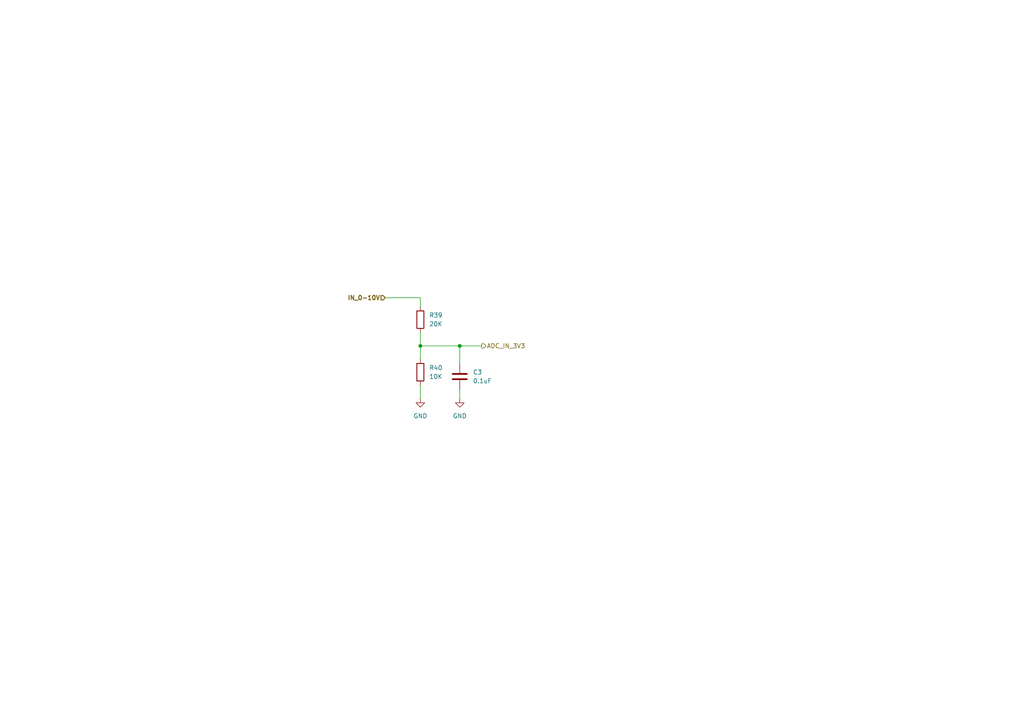
<source format=kicad_sch>
(kicad_sch
	(version 20250114)
	(generator "eeschema")
	(generator_version "9.0")
	(uuid "a3cebaa6-05ca-4cf3-8fcb-c194217ef753")
	(paper "A4")
	(lib_symbols
		(symbol "PCM_Capacitor_US_AKL:C_0603"
			(pin_numbers
				(hide yes)
			)
			(pin_names
				(offset 0.254)
			)
			(exclude_from_sim no)
			(in_bom yes)
			(on_board yes)
			(property "Reference" "C"
				(at 0.635 2.54 0)
				(effects
					(font
						(size 1.27 1.27)
					)
					(justify left)
				)
			)
			(property "Value" "C_0603"
				(at 0.635 -2.54 0)
				(effects
					(font
						(size 1.27 1.27)
					)
					(justify left)
				)
			)
			(property "Footprint" "PCM_Capacitor_SMD_AKL:C_0603_1608Metric"
				(at 0.9652 -3.81 0)
				(effects
					(font
						(size 1.27 1.27)
					)
					(hide yes)
				)
			)
			(property "Datasheet" "~"
				(at 0 0 0)
				(effects
					(font
						(size 1.27 1.27)
					)
					(hide yes)
				)
			)
			(property "Description" "SMD 0603 MLCC capacitor, Alternate KiCad Library"
				(at 0 0 0)
				(effects
					(font
						(size 1.27 1.27)
					)
					(hide yes)
				)
			)
			(property "ki_keywords" "cap capacitor ceramic chip mlcc smd 0603"
				(at 0 0 0)
				(effects
					(font
						(size 1.27 1.27)
					)
					(hide yes)
				)
			)
			(property "ki_fp_filters" "C_*"
				(at 0 0 0)
				(effects
					(font
						(size 1.27 1.27)
					)
					(hide yes)
				)
			)
			(symbol "C_0603_0_1"
				(polyline
					(pts
						(xy -2.032 0.762) (xy 2.032 0.762)
					)
					(stroke
						(width 0.508)
						(type default)
					)
					(fill
						(type none)
					)
				)
				(polyline
					(pts
						(xy -2.032 -0.762) (xy 2.032 -0.762)
					)
					(stroke
						(width 0.508)
						(type default)
					)
					(fill
						(type none)
					)
				)
			)
			(symbol "C_0603_0_2"
				(polyline
					(pts
						(xy -2.54 -2.54) (xy -0.381 -0.381)
					)
					(stroke
						(width 0)
						(type default)
					)
					(fill
						(type none)
					)
				)
				(polyline
					(pts
						(xy -0.508 -0.508) (xy -1.651 0.635)
					)
					(stroke
						(width 0.508)
						(type default)
					)
					(fill
						(type none)
					)
				)
				(polyline
					(pts
						(xy -0.508 -0.508) (xy 0.635 -1.651)
					)
					(stroke
						(width 0.508)
						(type default)
					)
					(fill
						(type none)
					)
				)
				(polyline
					(pts
						(xy 0.381 0.381) (xy 2.54 2.54)
					)
					(stroke
						(width 0)
						(type default)
					)
					(fill
						(type none)
					)
				)
				(polyline
					(pts
						(xy 0.508 0.508) (xy -0.635 1.651)
					)
					(stroke
						(width 0.508)
						(type default)
					)
					(fill
						(type none)
					)
				)
				(polyline
					(pts
						(xy 0.508 0.508) (xy 1.651 -0.635)
					)
					(stroke
						(width 0.508)
						(type default)
					)
					(fill
						(type none)
					)
				)
			)
			(symbol "C_0603_1_1"
				(pin passive line
					(at 0 3.81 270)
					(length 2.794)
					(name "~"
						(effects
							(font
								(size 1.27 1.27)
							)
						)
					)
					(number "1"
						(effects
							(font
								(size 1.27 1.27)
							)
						)
					)
				)
				(pin passive line
					(at 0 -3.81 90)
					(length 2.794)
					(name "~"
						(effects
							(font
								(size 1.27 1.27)
							)
						)
					)
					(number "2"
						(effects
							(font
								(size 1.27 1.27)
							)
						)
					)
				)
			)
			(symbol "C_0603_1_2"
				(pin passive line
					(at -2.54 -2.54 90)
					(length 0)
					(name "~"
						(effects
							(font
								(size 1.27 1.27)
							)
						)
					)
					(number "2"
						(effects
							(font
								(size 1.27 1.27)
							)
						)
					)
				)
				(pin passive line
					(at 2.54 2.54 270)
					(length 0)
					(name "~"
						(effects
							(font
								(size 1.27 1.27)
							)
						)
					)
					(number "1"
						(effects
							(font
								(size 1.27 1.27)
							)
						)
					)
				)
			)
			(embedded_fonts no)
		)
		(symbol "Resistor_AKL:R_0603"
			(pin_numbers
				(hide yes)
			)
			(pin_names
				(offset 0)
			)
			(exclude_from_sim no)
			(in_bom yes)
			(on_board yes)
			(property "Reference" "R"
				(at 2.54 1.27 0)
				(effects
					(font
						(size 1.27 1.27)
					)
					(justify left)
				)
			)
			(property "Value" "R_0603"
				(at 2.54 -1.27 0)
				(effects
					(font
						(size 1.27 1.27)
					)
					(justify left)
				)
			)
			(property "Footprint" "Resistor_SMD_AKL:R_0603_1608Metric"
				(at 0 -11.43 0)
				(effects
					(font
						(size 1.27 1.27)
					)
					(hide yes)
				)
			)
			(property "Datasheet" "~"
				(at 0 0 0)
				(effects
					(font
						(size 1.27 1.27)
					)
					(hide yes)
				)
			)
			(property "Description" "SMD 0603 Chip Resistor, European Symbol, Alternate KiCad Library"
				(at 0 0 0)
				(effects
					(font
						(size 1.27 1.27)
					)
					(hide yes)
				)
			)
			(property "ki_keywords" "R res resistor eu SMD 0603"
				(at 0 0 0)
				(effects
					(font
						(size 1.27 1.27)
					)
					(hide yes)
				)
			)
			(property "ki_fp_filters" "R_*"
				(at 0 0 0)
				(effects
					(font
						(size 1.27 1.27)
					)
					(hide yes)
				)
			)
			(symbol "R_0603_0_1"
				(rectangle
					(start -1.016 2.54)
					(end 1.016 -2.54)
					(stroke
						(width 0.254)
						(type default)
					)
					(fill
						(type none)
					)
				)
			)
			(symbol "R_0603_0_2"
				(polyline
					(pts
						(xy -2.54 -2.54) (xy -1.524 -1.524)
					)
					(stroke
						(width 0)
						(type default)
					)
					(fill
						(type none)
					)
				)
				(polyline
					(pts
						(xy 1.524 1.524) (xy 2.54 2.54)
					)
					(stroke
						(width 0)
						(type default)
					)
					(fill
						(type none)
					)
				)
				(polyline
					(pts
						(xy 1.524 1.524) (xy 0.889 2.159) (xy -2.159 -0.889) (xy -0.889 -2.159) (xy 2.159 0.889) (xy 1.524 1.524)
					)
					(stroke
						(width 0.254)
						(type default)
					)
					(fill
						(type none)
					)
				)
			)
			(symbol "R_0603_1_1"
				(pin passive line
					(at 0 3.81 270)
					(length 1.27)
					(name "~"
						(effects
							(font
								(size 1.27 1.27)
							)
						)
					)
					(number "1"
						(effects
							(font
								(size 1.27 1.27)
							)
						)
					)
				)
				(pin passive line
					(at 0 -3.81 90)
					(length 1.27)
					(name "~"
						(effects
							(font
								(size 1.27 1.27)
							)
						)
					)
					(number "2"
						(effects
							(font
								(size 1.27 1.27)
							)
						)
					)
				)
			)
			(symbol "R_0603_1_2"
				(pin passive line
					(at -2.54 -2.54 0)
					(length 0)
					(name ""
						(effects
							(font
								(size 1.27 1.27)
							)
						)
					)
					(number "2"
						(effects
							(font
								(size 1.27 1.27)
							)
						)
					)
				)
				(pin passive line
					(at 2.54 2.54 180)
					(length 0)
					(name ""
						(effects
							(font
								(size 1.27 1.27)
							)
						)
					)
					(number "1"
						(effects
							(font
								(size 1.27 1.27)
							)
						)
					)
				)
			)
			(embedded_fonts no)
		)
		(symbol "power:GND"
			(power)
			(pin_numbers
				(hide yes)
			)
			(pin_names
				(offset 0)
				(hide yes)
			)
			(exclude_from_sim no)
			(in_bom yes)
			(on_board yes)
			(property "Reference" "#PWR"
				(at 0 -6.35 0)
				(effects
					(font
						(size 1.27 1.27)
					)
					(hide yes)
				)
			)
			(property "Value" "GND"
				(at 0 -3.81 0)
				(effects
					(font
						(size 1.27 1.27)
					)
				)
			)
			(property "Footprint" ""
				(at 0 0 0)
				(effects
					(font
						(size 1.27 1.27)
					)
					(hide yes)
				)
			)
			(property "Datasheet" ""
				(at 0 0 0)
				(effects
					(font
						(size 1.27 1.27)
					)
					(hide yes)
				)
			)
			(property "Description" "Power symbol creates a global label with name \"GND\" , ground"
				(at 0 0 0)
				(effects
					(font
						(size 1.27 1.27)
					)
					(hide yes)
				)
			)
			(property "ki_keywords" "global power"
				(at 0 0 0)
				(effects
					(font
						(size 1.27 1.27)
					)
					(hide yes)
				)
			)
			(symbol "GND_0_1"
				(polyline
					(pts
						(xy 0 0) (xy 0 -1.27) (xy 1.27 -1.27) (xy 0 -2.54) (xy -1.27 -1.27) (xy 0 -1.27)
					)
					(stroke
						(width 0)
						(type default)
					)
					(fill
						(type none)
					)
				)
			)
			(symbol "GND_1_1"
				(pin power_in line
					(at 0 0 270)
					(length 0)
					(name "~"
						(effects
							(font
								(size 1.27 1.27)
							)
						)
					)
					(number "1"
						(effects
							(font
								(size 1.27 1.27)
							)
						)
					)
				)
			)
			(embedded_fonts no)
		)
	)
	(junction
		(at 121.92 100.33)
		(diameter 0)
		(color 0 0 0 0)
		(uuid "8c1aa206-aab7-45c6-a499-0f7a265048cc")
	)
	(junction
		(at 133.35 100.33)
		(diameter 0)
		(color 0 0 0 0)
		(uuid "bc1c838c-eea3-47c4-abe3-568413f9d5ae")
	)
	(wire
		(pts
			(xy 111.76 86.36) (xy 121.92 86.36)
		)
		(stroke
			(width 0)
			(type default)
		)
		(uuid "07458f71-b0e3-42e8-9250-b7d95ea49e54")
	)
	(wire
		(pts
			(xy 121.92 96.52) (xy 121.92 100.33)
		)
		(stroke
			(width 0)
			(type default)
		)
		(uuid "0a1e7d49-2bee-42ac-bee5-fbbe269265f6")
	)
	(wire
		(pts
			(xy 121.92 111.76) (xy 121.92 115.57)
		)
		(stroke
			(width 0)
			(type default)
		)
		(uuid "34960d7b-636c-4103-a826-7eddaf1772aa")
	)
	(wire
		(pts
			(xy 121.92 100.33) (xy 121.92 104.14)
		)
		(stroke
			(width 0)
			(type default)
		)
		(uuid "3ea41b32-354b-46e8-91de-d70b5c2a8b94")
	)
	(wire
		(pts
			(xy 133.35 113.03) (xy 133.35 115.57)
		)
		(stroke
			(width 0)
			(type default)
		)
		(uuid "49944d5c-bc1a-4cbe-82a9-96456ad0350c")
	)
	(wire
		(pts
			(xy 133.35 105.41) (xy 133.35 100.33)
		)
		(stroke
			(width 0)
			(type default)
		)
		(uuid "7e053511-7a77-48c9-9196-7b9e059c8f00")
	)
	(wire
		(pts
			(xy 133.35 100.33) (xy 139.7 100.33)
		)
		(stroke
			(width 0)
			(type default)
		)
		(uuid "8db0f1d8-29bd-40fd-9d6b-95062ae13ccf")
	)
	(wire
		(pts
			(xy 121.92 86.36) (xy 121.92 88.9)
		)
		(stroke
			(width 0)
			(type default)
		)
		(uuid "a2130a24-a9a6-4e13-901b-d57c9ad3ec19")
	)
	(wire
		(pts
			(xy 121.92 100.33) (xy 133.35 100.33)
		)
		(stroke
			(width 0)
			(type default)
		)
		(uuid "a2ada501-9fb6-412a-8c93-0f9bc6896081")
	)
	(hierarchical_label "IN_0-10V"
		(shape input)
		(at 111.76 86.36 180)
		(effects
			(font
				(size 1.27 1.27)
				(thickness 0.254)
				(bold yes)
			)
			(justify right)
		)
		(uuid "dbaaa552-5499-4c1f-9219-d59662aa1fa5")
	)
	(hierarchical_label "ADC_IN_3V3"
		(shape output)
		(at 139.7 100.33 0)
		(effects
			(font
				(size 1.27 1.27)
			)
			(justify left)
		)
		(uuid "ebda4cab-f0bc-47b1-a8dd-67df334c527f")
	)
	(symbol
		(lib_id "power:GND")
		(at 133.35 115.57 0)
		(unit 1)
		(exclude_from_sim no)
		(in_bom yes)
		(on_board yes)
		(dnp no)
		(fields_autoplaced yes)
		(uuid "19f97761-a398-472f-8f3a-9c205f300a54")
		(property "Reference" "#PWR04"
			(at 133.35 121.92 0)
			(effects
				(font
					(size 1.27 1.27)
				)
				(hide yes)
			)
		)
		(property "Value" "GND"
			(at 133.35 120.65 0)
			(effects
				(font
					(size 1.27 1.27)
				)
			)
		)
		(property "Footprint" ""
			(at 133.35 115.57 0)
			(effects
				(font
					(size 1.27 1.27)
				)
				(hide yes)
			)
		)
		(property "Datasheet" ""
			(at 133.35 115.57 0)
			(effects
				(font
					(size 1.27 1.27)
				)
				(hide yes)
			)
		)
		(property "Description" "Power symbol creates a global label with name \"GND\" , ground"
			(at 133.35 115.57 0)
			(effects
				(font
					(size 1.27 1.27)
				)
				(hide yes)
			)
		)
		(pin "1"
			(uuid "23579ee6-7b76-434c-ad1f-9c8b479218fa")
		)
		(instances
			(project "Diseños de circuitos"
				(path "/65c875c0-73bd-43df-b6cd-4a685398cace/3b453a73-5bb7-4645-a7e8-6e186968fa05/26d79baa-0338-43a5-b3e5-bc5aeada5ecf"
					(reference "#PWR04")
					(unit 1)
				)
			)
		)
	)
	(symbol
		(lib_id "Resistor_AKL:R_0603")
		(at 121.92 107.95 180)
		(unit 1)
		(exclude_from_sim no)
		(in_bom yes)
		(on_board yes)
		(dnp no)
		(fields_autoplaced yes)
		(uuid "2ee97e61-d5b1-46c2-b6df-968ffef1ed8c")
		(property "Reference" "R40"
			(at 124.46 106.6799 0)
			(effects
				(font
					(size 1.27 1.27)
				)
				(justify right)
			)
		)
		(property "Value" "10K"
			(at 124.46 109.2199 0)
			(effects
				(font
					(size 1.27 1.27)
				)
				(justify right)
			)
		)
		(property "Footprint" "Resistor_SMD_AKL:R_0603_1608Metric"
			(at 121.92 96.52 0)
			(effects
				(font
					(size 1.27 1.27)
				)
				(hide yes)
			)
		)
		(property "Datasheet" "~"
			(at 121.92 107.95 0)
			(effects
				(font
					(size 1.27 1.27)
				)
				(hide yes)
			)
		)
		(property "Description" "SMD 0603 Chip Resistor, European Symbol, Alternate KiCad Library"
			(at 121.92 107.95 0)
			(effects
				(font
					(size 1.27 1.27)
				)
				(hide yes)
			)
		)
		(pin "2"
			(uuid "66acbef6-cc59-455f-84d2-bb87b938f2ea")
		)
		(pin "1"
			(uuid "1ce1900b-13dd-4138-a6c5-bdb199f953bb")
		)
		(instances
			(project "Diseños de circuitos"
				(path "/65c875c0-73bd-43df-b6cd-4a685398cace/3b453a73-5bb7-4645-a7e8-6e186968fa05/26d79baa-0338-43a5-b3e5-bc5aeada5ecf"
					(reference "R40")
					(unit 1)
				)
			)
		)
	)
	(symbol
		(lib_id "Resistor_AKL:R_0603")
		(at 121.92 92.71 180)
		(unit 1)
		(exclude_from_sim no)
		(in_bom yes)
		(on_board yes)
		(dnp no)
		(fields_autoplaced yes)
		(uuid "ac53354d-56ba-4bfc-ab21-6013a6e3c5cf")
		(property "Reference" "R39"
			(at 124.46 91.4399 0)
			(effects
				(font
					(size 1.27 1.27)
				)
				(justify right)
			)
		)
		(property "Value" "20K"
			(at 124.46 93.9799 0)
			(effects
				(font
					(size 1.27 1.27)
				)
				(justify right)
			)
		)
		(property "Footprint" "Resistor_SMD_AKL:R_0603_1608Metric"
			(at 121.92 81.28 0)
			(effects
				(font
					(size 1.27 1.27)
				)
				(hide yes)
			)
		)
		(property "Datasheet" "~"
			(at 121.92 92.71 0)
			(effects
				(font
					(size 1.27 1.27)
				)
				(hide yes)
			)
		)
		(property "Description" "SMD 0603 Chip Resistor, European Symbol, Alternate KiCad Library"
			(at 121.92 92.71 0)
			(effects
				(font
					(size 1.27 1.27)
				)
				(hide yes)
			)
		)
		(pin "2"
			(uuid "e3270d95-72c7-476d-986e-474ba707382b")
		)
		(pin "1"
			(uuid "7ff84c8b-ea9c-4e45-95ca-3bba6fb6e824")
		)
		(instances
			(project "Diseños de circuitos"
				(path "/65c875c0-73bd-43df-b6cd-4a685398cace/3b453a73-5bb7-4645-a7e8-6e186968fa05/26d79baa-0338-43a5-b3e5-bc5aeada5ecf"
					(reference "R39")
					(unit 1)
				)
			)
		)
	)
	(symbol
		(lib_id "power:GND")
		(at 121.92 115.57 0)
		(unit 1)
		(exclude_from_sim no)
		(in_bom yes)
		(on_board yes)
		(dnp no)
		(fields_autoplaced yes)
		(uuid "b18121cc-05d2-4b5d-a688-7594344aff5e")
		(property "Reference" "#PWR01"
			(at 121.92 121.92 0)
			(effects
				(font
					(size 1.27 1.27)
				)
				(hide yes)
			)
		)
		(property "Value" "GND"
			(at 121.92 120.65 0)
			(effects
				(font
					(size 1.27 1.27)
				)
			)
		)
		(property "Footprint" ""
			(at 121.92 115.57 0)
			(effects
				(font
					(size 1.27 1.27)
				)
				(hide yes)
			)
		)
		(property "Datasheet" ""
			(at 121.92 115.57 0)
			(effects
				(font
					(size 1.27 1.27)
				)
				(hide yes)
			)
		)
		(property "Description" "Power symbol creates a global label with name \"GND\" , ground"
			(at 121.92 115.57 0)
			(effects
				(font
					(size 1.27 1.27)
				)
				(hide yes)
			)
		)
		(pin "1"
			(uuid "e520d2e7-f37d-4878-8bfc-372aaad28639")
		)
		(instances
			(project "Diseños de circuitos"
				(path "/65c875c0-73bd-43df-b6cd-4a685398cace/3b453a73-5bb7-4645-a7e8-6e186968fa05/26d79baa-0338-43a5-b3e5-bc5aeada5ecf"
					(reference "#PWR01")
					(unit 1)
				)
			)
		)
	)
	(symbol
		(lib_id "PCM_Capacitor_US_AKL:C_0603")
		(at 133.35 109.22 180)
		(unit 1)
		(exclude_from_sim no)
		(in_bom yes)
		(on_board yes)
		(dnp no)
		(fields_autoplaced yes)
		(uuid "b56eb098-2b5c-49b2-ab23-ec1641eac1ba")
		(property "Reference" "C3"
			(at 137.16 107.9499 0)
			(effects
				(font
					(size 1.27 1.27)
				)
				(justify right)
			)
		)
		(property "Value" "0.1uF"
			(at 137.16 110.4899 0)
			(effects
				(font
					(size 1.27 1.27)
				)
				(justify right)
			)
		)
		(property "Footprint" "Capacitor_SMD:C_0201_0603Metric"
			(at 132.3848 105.41 0)
			(effects
				(font
					(size 1.27 1.27)
				)
				(hide yes)
			)
		)
		(property "Datasheet" "~"
			(at 133.35 109.22 0)
			(effects
				(font
					(size 1.27 1.27)
				)
				(hide yes)
			)
		)
		(property "Description" "SMD 0603 MLCC capacitor, Alternate KiCad Library"
			(at 133.35 109.22 0)
			(effects
				(font
					(size 1.27 1.27)
				)
				(hide yes)
			)
		)
		(property "LCSC" "C66501"
			(at 133.35 109.22 0)
			(effects
				(font
					(size 1.27 1.27)
				)
				(hide yes)
			)
		)
		(pin "1"
			(uuid "9d13b104-9889-49b9-a132-8d4596eda8fa")
		)
		(pin "2"
			(uuid "af69e5a5-be0e-492b-a09c-fad953f18907")
		)
		(instances
			(project "Diseños de circuitos"
				(path "/65c875c0-73bd-43df-b6cd-4a685398cace/3b453a73-5bb7-4645-a7e8-6e186968fa05/26d79baa-0338-43a5-b3e5-bc5aeada5ecf"
					(reference "C3")
					(unit 1)
				)
			)
		)
	)
)

</source>
